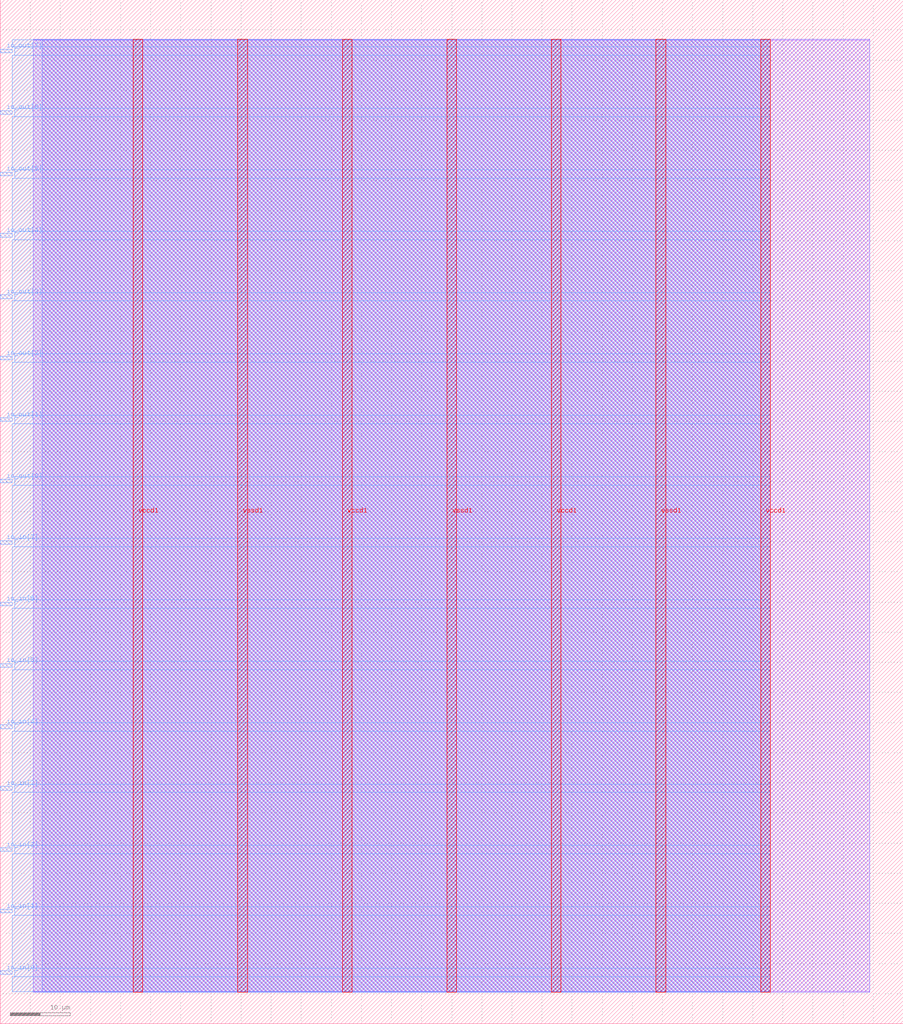
<source format=lef>
VERSION 5.7 ;
  NOWIREEXTENSIONATPIN ON ;
  DIVIDERCHAR "/" ;
  BUSBITCHARS "[]" ;
MACRO navray_top
  CLASS BLOCK ;
  FOREIGN navray_top ;
  ORIGIN 0.000 0.000 ;
  SIZE 150.000 BY 170.000 ;
  PIN io_in[0]
    DIRECTION INPUT ;
    USE SIGNAL ;
    PORT
      LAYER met3 ;
        RECT 0.000 8.200 2.000 8.800 ;
    END
  END io_in[0]
  PIN io_in[1]
    DIRECTION INPUT ;
    USE SIGNAL ;
    PORT
      LAYER met3 ;
        RECT 0.000 18.400 2.000 19.000 ;
    END
  END io_in[1]
  PIN io_in[2]
    DIRECTION INPUT ;
    USE SIGNAL ;
    PORT
      LAYER met3 ;
        RECT 0.000 28.600 2.000 29.200 ;
    END
  END io_in[2]
  PIN io_in[3]
    DIRECTION INPUT ;
    USE SIGNAL ;
    PORT
      LAYER met3 ;
        RECT 0.000 38.800 2.000 39.400 ;
    END
  END io_in[3]
  PIN io_in[4]
    DIRECTION INPUT ;
    USE SIGNAL ;
    PORT
      LAYER met3 ;
        RECT 0.000 49.000 2.000 49.600 ;
    END
  END io_in[4]
  PIN io_in[5]
    DIRECTION INPUT ;
    USE SIGNAL ;
    PORT
      LAYER met3 ;
        RECT 0.000 59.200 2.000 59.800 ;
    END
  END io_in[5]
  PIN io_in[6]
    DIRECTION INPUT ;
    USE SIGNAL ;
    PORT
      LAYER met3 ;
        RECT 0.000 69.400 2.000 70.000 ;
    END
  END io_in[6]
  PIN io_in[7]
    DIRECTION INPUT ;
    USE SIGNAL ;
    PORT
      LAYER met3 ;
        RECT 0.000 79.600 2.000 80.200 ;
    END
  END io_in[7]
  PIN io_out[0]
    DIRECTION OUTPUT TRISTATE ;
    USE SIGNAL ;
    PORT
      LAYER met3 ;
        RECT 0.000 89.800 2.000 90.400 ;
    END
  END io_out[0]
  PIN io_out[1]
    DIRECTION OUTPUT TRISTATE ;
    USE SIGNAL ;
    PORT
      LAYER met3 ;
        RECT 0.000 100.000 2.000 100.600 ;
    END
  END io_out[1]
  PIN io_out[2]
    DIRECTION OUTPUT TRISTATE ;
    USE SIGNAL ;
    PORT
      LAYER met3 ;
        RECT 0.000 110.200 2.000 110.800 ;
    END
  END io_out[2]
  PIN io_out[3]
    DIRECTION OUTPUT TRISTATE ;
    USE SIGNAL ;
    PORT
      LAYER met3 ;
        RECT 0.000 120.400 2.000 121.000 ;
    END
  END io_out[3]
  PIN io_out[4]
    DIRECTION OUTPUT TRISTATE ;
    USE SIGNAL ;
    PORT
      LAYER met3 ;
        RECT 0.000 130.600 2.000 131.200 ;
    END
  END io_out[4]
  PIN io_out[5]
    DIRECTION OUTPUT TRISTATE ;
    USE SIGNAL ;
    PORT
      LAYER met3 ;
        RECT 0.000 140.800 2.000 141.400 ;
    END
  END io_out[5]
  PIN io_out[6]
    DIRECTION OUTPUT TRISTATE ;
    USE SIGNAL ;
    PORT
      LAYER met3 ;
        RECT 0.000 151.000 2.000 151.600 ;
    END
  END io_out[6]
  PIN io_out[7]
    DIRECTION OUTPUT TRISTATE ;
    USE SIGNAL ;
    PORT
      LAYER met3 ;
        RECT 0.000 161.200 2.000 161.800 ;
    END
  END io_out[7]
  PIN vccd1
    DIRECTION INOUT ;
    USE POWER ;
    PORT
      LAYER met4 ;
        RECT 22.090 5.200 23.690 163.440 ;
    END
    PORT
      LAYER met4 ;
        RECT 56.830 5.200 58.430 163.440 ;
    END
    PORT
      LAYER met4 ;
        RECT 91.570 5.200 93.170 163.440 ;
    END
    PORT
      LAYER met4 ;
        RECT 126.310 5.200 127.910 163.440 ;
    END
  END vccd1
  PIN vssd1
    DIRECTION INOUT ;
    USE GROUND ;
    PORT
      LAYER met4 ;
        RECT 39.460 5.200 41.060 163.440 ;
    END
    PORT
      LAYER met4 ;
        RECT 74.200 5.200 75.800 163.440 ;
    END
    PORT
      LAYER met4 ;
        RECT 108.940 5.200 110.540 163.440 ;
    END
  END vssd1
  OBS
      LAYER li1 ;
        RECT 5.520 5.355 144.440 163.285 ;
      LAYER met1 ;
        RECT 5.520 5.200 144.440 163.440 ;
      LAYER met2 ;
        RECT 7.000 5.255 127.880 163.385 ;
      LAYER met3 ;
        RECT 2.000 162.200 127.900 163.365 ;
        RECT 2.400 160.800 127.900 162.200 ;
        RECT 2.000 152.000 127.900 160.800 ;
        RECT 2.400 150.600 127.900 152.000 ;
        RECT 2.000 141.800 127.900 150.600 ;
        RECT 2.400 140.400 127.900 141.800 ;
        RECT 2.000 131.600 127.900 140.400 ;
        RECT 2.400 130.200 127.900 131.600 ;
        RECT 2.000 121.400 127.900 130.200 ;
        RECT 2.400 120.000 127.900 121.400 ;
        RECT 2.000 111.200 127.900 120.000 ;
        RECT 2.400 109.800 127.900 111.200 ;
        RECT 2.000 101.000 127.900 109.800 ;
        RECT 2.400 99.600 127.900 101.000 ;
        RECT 2.000 90.800 127.900 99.600 ;
        RECT 2.400 89.400 127.900 90.800 ;
        RECT 2.000 80.600 127.900 89.400 ;
        RECT 2.400 79.200 127.900 80.600 ;
        RECT 2.000 70.400 127.900 79.200 ;
        RECT 2.400 69.000 127.900 70.400 ;
        RECT 2.000 60.200 127.900 69.000 ;
        RECT 2.400 58.800 127.900 60.200 ;
        RECT 2.000 50.000 127.900 58.800 ;
        RECT 2.400 48.600 127.900 50.000 ;
        RECT 2.000 39.800 127.900 48.600 ;
        RECT 2.400 38.400 127.900 39.800 ;
        RECT 2.000 29.600 127.900 38.400 ;
        RECT 2.400 28.200 127.900 29.600 ;
        RECT 2.000 19.400 127.900 28.200 ;
        RECT 2.400 18.000 127.900 19.400 ;
        RECT 2.000 9.200 127.900 18.000 ;
        RECT 2.400 7.800 127.900 9.200 ;
        RECT 2.000 5.275 127.900 7.800 ;
  END
END navray_top
END LIBRARY


</source>
